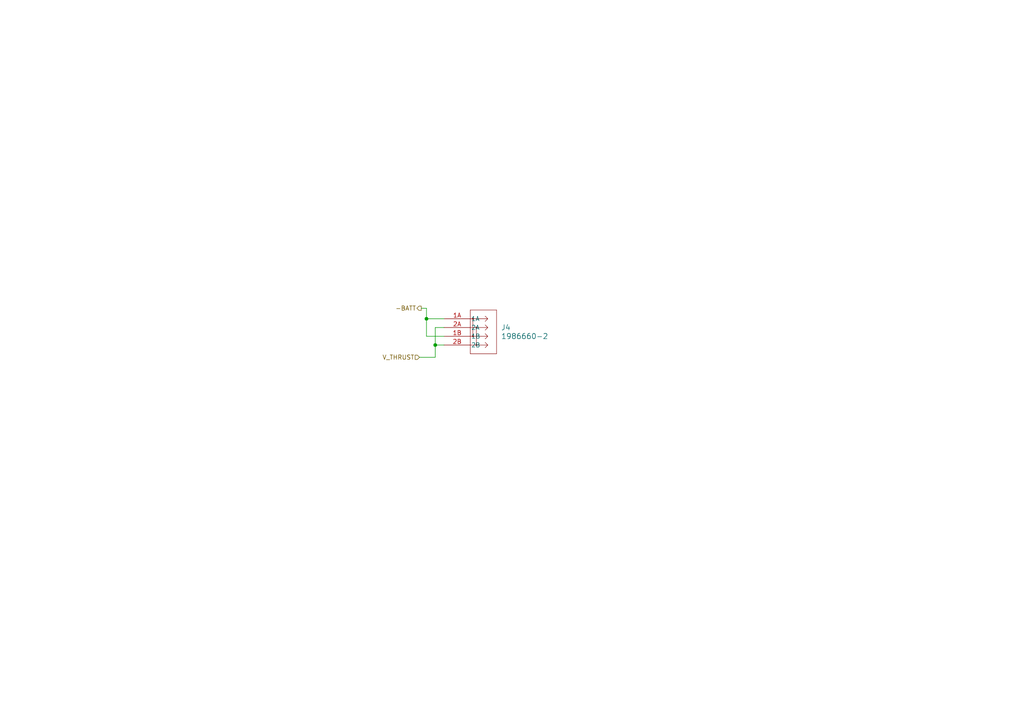
<source format=kicad_sch>
(kicad_sch (version 20231120) (generator "eeschema") (generator_version "8.0")
  (paper "A4")
  (lib_symbols
    (symbol "Imported_Symbols:1986660-2" (pin_names (offset 0.254))
      (property "Reference" "J" (at 10.16 5.08 0))
      (property "Value" "1986660-2" (at 11.43 5.08 0))
      (symbol "1986660-2_1_1"
        (polyline (pts (xy 7.62 -10.16) (xy 15.24 -10.16)) (stroke (width 0.127)))
        (polyline (pts (xy 7.62 -7.62) (xy 12.7 -7.62)) (stroke (width 0.127)))
        (polyline (pts (xy 7.62 -5.08) (xy 12.7 -5.08)) (stroke (width 0.127)))
        (polyline (pts (xy 7.62 -2.54) (xy 12.7 -2.54)) (stroke (width 0.127)))
        (polyline (pts (xy 7.62 0) (xy 12.7 0)) (stroke (width 0.127)))
        (polyline (pts (xy 7.62 2.54) (xy 7.62 -10.16)) (stroke (width 0.127)))
        (polyline (pts (xy 8.382 0) (xy 8.382 -5.08)) (stroke (width 0.127)))
        (polyline (pts (xy 9.398 -2.54) (xy 9.398 -7.62)) (stroke (width 0.127)))
        (polyline (pts (xy 12.7 -7.62) (xy 11.938 -8.382)) (stroke (width 0.127)))
        (polyline (pts (xy 12.7 -7.62) (xy 11.938 -6.858)) (stroke (width 0.127)))
        (polyline (pts (xy 12.7 -5.08) (xy 11.938 -5.842)) (stroke (width 0.127)))
        (polyline (pts (xy 12.7 -5.08) (xy 11.938 -4.318)) (stroke (width 0.127)))
        (polyline (pts (xy 12.7 -2.54) (xy 11.938 -3.302)) (stroke (width 0.127)))
        (polyline (pts (xy 12.7 -2.54) (xy 11.938 -1.778)) (stroke (width 0.127)))
        (polyline (pts (xy 12.7 0) (xy 11.938 -0.762)) (stroke (width 0.127)))
        (polyline (pts (xy 12.7 0) (xy 11.938 0.762)) (stroke (width 0.127)))
        (polyline (pts (xy 15.24 -10.16) (xy 15.24 2.54)) (stroke (width 0.127)))
        (polyline (pts (xy 15.24 2.54) (xy 7.62 2.54)) (stroke (width 0.127)))
        (circle (center 8.382 -5.08) (radius 0.127) (stroke (width 0.24)))
        (circle (center 8.382 0) (radius 0.127) (stroke (width 0.24)))
        (circle (center 9.398 -7.62) (radius 0.127) (stroke (width 0.24)))
        (circle (center 9.398 -2.54) (radius 0.127) (stroke (width 0.24)))
        (pin unspecified line (at 0 0 0) (length 7.62) (name "1A") (number "1A"))
        (pin unspecified line (at 0 -5.08 0) (length 7.62) (name "1B") (number "1B"))
        (pin unspecified line (at 0 -2.54 0) (length 7.62) (name "2A") (number "2A"))
        (pin unspecified line (at 0 -7.62 0) (length 7.62) (name "2B") (number "2B"))
      )
    )
  )
  (junction (at 126.238 100.076))
  (junction (at 123.698 92.456))
  (wire (pts (xy 123.698 97.536) (xy 123.698 92.456)))
  (wire (pts (xy 126.238 100.076) (xy 126.238 103.632)))
  (wire (pts (xy 128.778 94.996) (xy 126.238 94.996)))
  (wire (pts (xy 123.698 89.408) (xy 123.698 92.456)))
  (wire (pts (xy 126.238 103.632) (xy 121.666 103.632)))
  (wire (pts (xy 128.778 97.536) (xy 123.698 97.536)))
  (wire (pts (xy 126.238 100.076) (xy 128.778 100.076)))
  (wire (pts (xy 123.698 89.408) (xy 122.174 89.408)))
  (wire (pts (xy 126.238 94.996) (xy 126.238 100.076)))
  (wire (pts (xy 123.698 92.456) (xy 128.778 92.456)))
  (hierarchical_label "V_THRUST" (shape input) (at 121.666 103.632 180))
  (hierarchical_label "-BATT" (shape output) (at 122.174 89.408 180))
  (symbol (lib_id "Imported_Symbols:1986660-2") (at 128.778 92.456 0) (unit 1)
    (property "Reference" "J4" (at 145.288 94.9959 0) (effects (font (size 1.524 1.524)) (justify left)))
    (property "Value" "1986660-2" (at 145.288 97.5359 0) (effects (font (size 1.524 1.524)) (justify left)))
    (property "Footprint" "Imported_Footprints:CONN2_1986660-2_TEC" (effects (hide yes)))
    (property "Datasheet" "1986660-2" (effects (hide yes)))
    (property "MFR" "TE Connectivity AMP Connectors" (effects (hide yes)))
    (property "MFR S/N" "1986660-2" (effects (hide yes)))
    (property "Supplier 1" "https://www.digikey.com/en/products/detail/te-connectivity-amp-connectors/1986660-2/4021603" (effects (hide yes)))
    (property "Supplier 1 S/N" "A107722-ND" (effects (hide yes)))
  )
)
</source>
